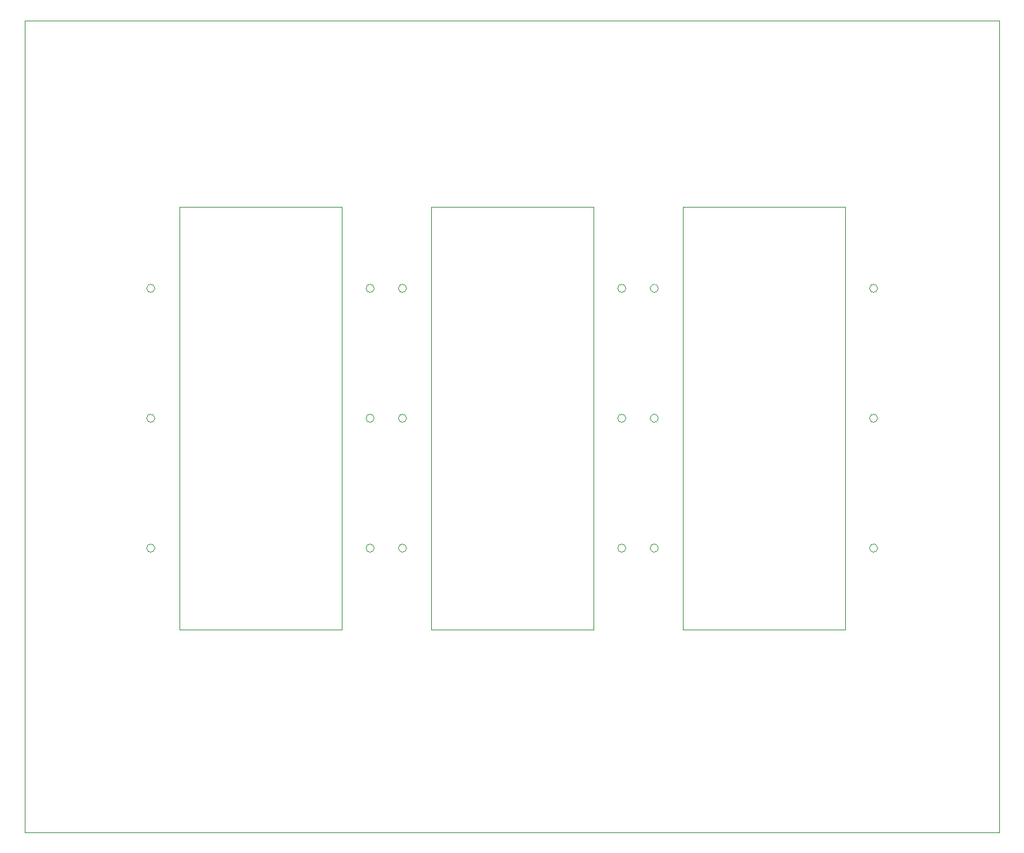
<source format=gbr>
%TF.GenerationSoftware,KiCad,Pcbnew,(6.0.2)*%
%TF.CreationDate,2023-06-26T13:18:54+02:00*%
%TF.ProjectId,LTPS_A,4c545053-5f41-42e6-9b69-6361645f7063,rev?*%
%TF.SameCoordinates,Original*%
%TF.FileFunction,Profile,NP*%
%FSLAX46Y46*%
G04 Gerber Fmt 4.6, Leading zero omitted, Abs format (unit mm)*
G04 Created by KiCad (PCBNEW (6.0.2)) date 2023-06-26 13:18:54*
%MOMM*%
%LPD*%
G01*
G04 APERTURE LIST*
%TA.AperFunction,Profile*%
%ADD10C,0.100000*%
%TD*%
%TA.AperFunction,Profile*%
%ADD11C,0.120000*%
%TD*%
G04 APERTURE END LIST*
D10*
X84000000Y-37500000D02*
X204000000Y-37500000D01*
X204000000Y-37500000D02*
X204000000Y-137500000D01*
X204000000Y-137500000D02*
X84000000Y-137500000D01*
X84000000Y-137500000D02*
X84000000Y-37500000D01*
D11*
%TO.C,G1*%
X165000000Y-60500000D02*
X165000000Y-112500000D01*
X165000000Y-112500000D02*
X185000000Y-112500000D01*
X185000000Y-112500000D02*
X185000000Y-60500000D01*
X185000000Y-60500000D02*
X165000000Y-60500000D01*
X189000000Y-70500000D02*
G75*
G03*
X189000000Y-70500000I-500000J0D01*
G01*
X189000000Y-86500000D02*
G75*
G03*
X189000000Y-86500000I-500000J0D01*
G01*
X162000000Y-86500000D02*
G75*
G03*
X162000000Y-86500000I-500000J0D01*
G01*
X162000000Y-102500000D02*
G75*
G03*
X162000000Y-102500000I-500000J0D01*
G01*
X162000000Y-70500000D02*
G75*
G03*
X162000000Y-70500000I-500000J0D01*
G01*
X189000000Y-102500000D02*
G75*
G03*
X189000000Y-102500000I-500000J0D01*
G01*
%TO.C,G3*%
X123010000Y-112500000D02*
X123010000Y-60500000D01*
X103010000Y-112500000D02*
X123010000Y-112500000D01*
X103010000Y-60500000D02*
X103010000Y-112500000D01*
X123010000Y-60500000D02*
X103010000Y-60500000D01*
X100010000Y-102500000D02*
G75*
G03*
X100010000Y-102500000I-500000J0D01*
G01*
X127010000Y-102500000D02*
G75*
G03*
X127010000Y-102500000I-500000J0D01*
G01*
X127010000Y-86500000D02*
G75*
G03*
X127010000Y-86500000I-500000J0D01*
G01*
X100010000Y-86500000D02*
G75*
G03*
X100010000Y-86500000I-500000J0D01*
G01*
X127010000Y-70500000D02*
G75*
G03*
X127010000Y-70500000I-500000J0D01*
G01*
X100010000Y-70500000D02*
G75*
G03*
X100010000Y-70500000I-500000J0D01*
G01*
%TO.C,G2*%
X134000000Y-60500000D02*
X134000000Y-112500000D01*
X154000000Y-112500000D02*
X154000000Y-60500000D01*
X134000000Y-112500000D02*
X154000000Y-112500000D01*
X154000000Y-60500000D02*
X134000000Y-60500000D01*
X131000000Y-86500000D02*
G75*
G03*
X131000000Y-86500000I-500000J0D01*
G01*
X158000000Y-102500000D02*
G75*
G03*
X158000000Y-102500000I-500000J0D01*
G01*
X131000000Y-70500000D02*
G75*
G03*
X131000000Y-70500000I-500000J0D01*
G01*
X131000000Y-102500000D02*
G75*
G03*
X131000000Y-102500000I-500000J0D01*
G01*
X158000000Y-70500000D02*
G75*
G03*
X158000000Y-70500000I-500000J0D01*
G01*
X158000000Y-86500000D02*
G75*
G03*
X158000000Y-86500000I-500000J0D01*
G01*
%TD*%
M02*

</source>
